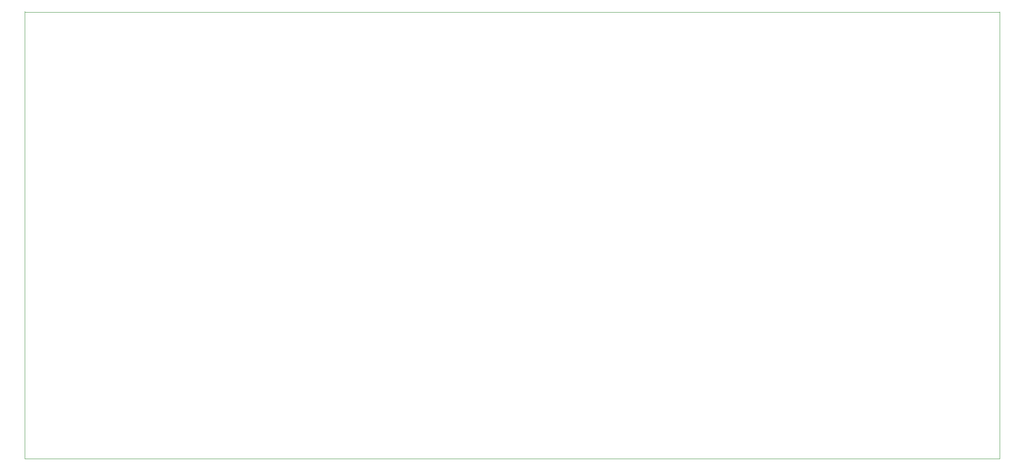
<source format=gbr>
G04 (created by PCBNEW (2013-07-07 BZR 4022)-stable) date 2015-08-26 18:09:03*
%MOIN*%
G04 Gerber Fmt 3.4, Leading zero omitted, Abs format*
%FSLAX34Y34*%
G01*
G70*
G90*
G04 APERTURE LIST*
%ADD10C,0.00590551*%
%ADD11C,0.00393701*%
G04 APERTURE END LIST*
G54D10*
G54D11*
X12500Y-46500D02*
X12500Y-10944D01*
X90000Y-46500D02*
X12500Y-46500D01*
X90000Y-10972D02*
X90000Y-46500D01*
X12500Y-11000D02*
X90000Y-11000D01*
M02*

</source>
